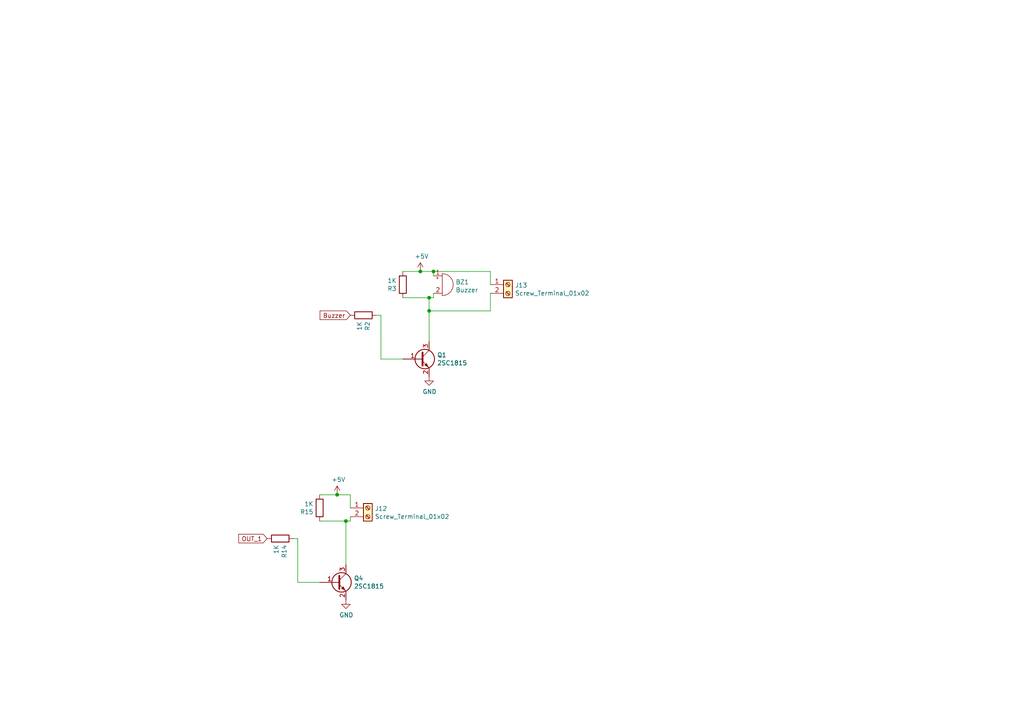
<source format=kicad_sch>
(kicad_sch (version 20230121) (generator eeschema)
  (paper "A4")
  (lib_symbols
    (symbol "Connector:Screw_Terminal_01x02" (pin_names (offset 1.016) hide)
      (property "Reference" "J" (at 0 2.54 0))
      (property "Value" "Screw_Terminal_01x02" (at 0 -5.08 0))
      (symbol "Screw_Terminal_01x02_1_1"
        (rectangle (start -1.27 1.27) (end 1.27 -3.81) (stroke (width 0.254)) (fill (type background)))
        (circle (center 0 -2.54) (radius 0.635) (stroke (width 0.1524)))
        (polyline (pts (xy -0.5334 -2.2098) (xy 0.3302 -3.048)) (stroke (width 0.1524)))
        (polyline (pts (xy -0.5334 0.3302) (xy 0.3302 -0.508)) (stroke (width 0.1524)))
        (polyline (pts (xy -0.3556 -2.032) (xy 0.508 -2.8702)) (stroke (width 0.1524)))
        (polyline (pts (xy -0.3556 0.508) (xy 0.508 -0.3302)) (stroke (width 0.1524)))
        (circle (center 0 0) (radius 0.635) (stroke (width 0.1524)))
        (pin passive line (at -5.08 0 0) (length 3.81) (name "Pin_1") (number "1"))
        (pin passive line (at -5.08 -2.54 0) (length 3.81) (name "Pin_2") (number "2"))
      )
    )
    (symbol "Device:Buzzer" (pin_names (offset 0.0254) hide)
      (property "Reference" "BZ" (at 3.81 1.27 0))
      (property "Value" "Buzzer" (at 3.81 -1.27 0))
      (symbol "Buzzer_0_1"
        (arc (start 0 -3.175) (mid 3.1612 0) (end 0 3.175))
        (polyline (pts (xy -1.651 1.905) (xy -1.143 1.905)))
        (polyline (pts (xy -1.397 2.159) (xy -1.397 1.651)))
        (polyline (pts (xy 0 3.175) (xy 0 -3.175)))
      )
      (symbol "Buzzer_1_1"
        (pin passive line (at -2.54 2.54 0) (length 2.54) (name "-") (number "1"))
        (pin passive line (at -2.54 -2.54 0) (length 2.54) (name "+") (number "2"))
      )
    )
    (symbol "Device:R" (pin_numbers hide) (pin_names (offset 0))
      (property "Reference" "R" (at 2.032 0 90))
      (property "Value" "R" (at 0 0 90))
      (symbol "R_0_1"
        (rectangle (start -1.016 -2.54) (end 1.016 2.54) (stroke (width 0.254)))
      )
      (symbol "R_1_1"
        (pin passive line (at 0 3.81 270) (length 1.27) (name "~") (number "1"))
        (pin passive line (at 0 -3.81 90) (length 1.27) (name "~") (number "2"))
      )
    )
    (symbol "Transistor_BJT:MMBT3904" (pin_names (offset 0) hide)
      (property "Reference" "Q" (at 5.08 1.905 0))
      (property "Value" "MMBT3904" (at 5.08 0 0))
      (symbol "MMBT3904_0_1"
        (polyline (pts (xy 0.635 0.635) (xy 2.54 2.54)))
        (polyline (pts (xy 0.635 -0.635) (xy 2.54 -2.54) (xy 2.54 -2.54)))
        (polyline (pts (xy 0.635 1.905) (xy 0.635 -1.905) (xy 0.635 -1.905)) (stroke (width 0.508)))
        (polyline (pts (xy 1.27 -1.778) (xy 1.778 -1.27) (xy 2.286 -2.286) (xy 1.27 -1.778) (xy 1.27 -1.778)) (fill (type outline)))
        (circle (center 1.27 0) (radius 2.8194) (stroke (width 0.254)))
      )
      (symbol "MMBT3904_1_1"
        (pin input line (at -5.08 0 0) (length 5.715) (name "B") (number "1"))
        (pin passive line (at 2.54 -5.08 90) (length 2.54) (name "E") (number "2"))
        (pin passive line (at 2.54 5.08 270) (length 2.54) (name "C") (number "3"))
      )
    )
    (symbol "power:+5V" (power) (pin_names (offset 0))
      (property "Value" "+5V" (at 0 3.556 0))
      (symbol "+5V_0_1"
        (polyline (pts (xy -0.762 1.27) (xy 0 2.54)))
        (polyline (pts (xy 0 0) (xy 0 2.54)))
        (polyline (pts (xy 0 2.54) (xy 0.762 1.27)))
      )
      (symbol "+5V_1_1"
        (pin power_in line (at 0 0 90) (length 0) hide (name "+5V") (number "1"))
      )
    )
    (symbol "power:GND" (power) (pin_names (offset 0))
      (property "Value" "GND" (at 0 -3.81 0))
      (symbol "GND_0_1"
        (polyline (pts (xy 0 0) (xy 0 -1.27) (xy 1.27 -1.27) (xy 0 -2.54) (xy -1.27 -1.27) (xy 0 -1.27)))
      )
      (symbol "GND_1_1"
        (pin power_in line (at 0 0 270) (length 0) hide (name "GND") (number "1"))
      )
    )
  )
  (junction (at 97.79 143.51))
  (junction (at 125.73 78.74))
  (junction (at 100.33 151.13))
  (junction (at 124.46 86.36))
  (junction (at 124.46 90.17))
  (junction (at 121.92 78.74))
  (wire (pts (xy 110.49 104.14) (xy 116.84 104.14)))
  (wire (pts (xy 116.84 78.74) (xy 121.92 78.74)))
  (wire (pts (xy 124.46 90.17) (xy 124.46 99.06)))
  (wire (pts (xy 101.6 151.13) (xy 100.33 151.13)))
  (wire (pts (xy 110.49 91.44) (xy 110.49 104.14)))
  (wire (pts (xy 109.22 91.44) (xy 110.49 91.44)))
  (wire (pts (xy 121.92 78.74) (xy 125.73 78.74)))
  (wire (pts (xy 124.46 86.36) (xy 124.46 90.17)))
  (wire (pts (xy 142.24 90.17) (xy 142.24 85.09)))
  (wire (pts (xy 86.36 156.21) (xy 86.36 168.91)))
  (wire (pts (xy 142.24 78.74) (xy 142.24 82.55)))
  (wire (pts (xy 86.36 168.91) (xy 92.71 168.91)))
  (wire (pts (xy 100.33 151.13) (xy 92.71 151.13)))
  (wire (pts (xy 124.46 86.36) (xy 116.84 86.36)))
  (wire (pts (xy 92.71 143.51) (xy 97.79 143.51)))
  (wire (pts (xy 101.6 143.51) (xy 101.6 147.32)))
  (wire (pts (xy 101.6 149.86) (xy 101.6 151.13)))
  (wire (pts (xy 100.33 151.13) (xy 100.33 163.83)))
  (wire (pts (xy 125.73 85.09) (xy 125.73 86.36)))
  (wire (pts (xy 125.73 78.74) (xy 125.73 80.01)))
  (wire (pts (xy 124.46 90.17) (xy 142.24 90.17)))
  (wire (pts (xy 85.09 156.21) (xy 86.36 156.21)))
  (wire (pts (xy 125.73 78.74) (xy 142.24 78.74)))
  (wire (pts (xy 125.73 86.36) (xy 124.46 86.36)))
  (wire (pts (xy 97.79 143.51) (xy 101.6 143.51)))
  (global_label "OUT_1" (shape input) (at 77.47 156.21 180) (property "Intersheetrefs" "${INTERSHEET_REFS}" (effects hide)))
  (global_label "Buzzer" (shape input) (at 101.6 91.44 180) (property "Intersheetrefs" "${INTERSHEET_REFS}" (effects hide)))
  (symbol (lib_id "Device:Buzzer") (at 128.27 82.55 0) (unit 1)
    (property "Reference" "BZ1" (at 132.1308 81.8134 0) (effects (justify left)))
    (property "Value" "Buzzer" (at 132.1308 84.1248 0) (effects (justify left)))
    (property "Footprint" "Buzzer_Beeper:Buzzer_TDK_PS1240P02BT_D12.2mm_H6.5mm" (effects hide))
    (property "Datasheet" "https://www.mouser.com/ProductDetail/810-PS1240P02BT" (effects hide))
    (instances (project "CameraTriggerSensorNodeOnly" (path "" (reference "BZ1") (unit 1)) (path "" (reference "BZ?") (unit 1))))
  )
  (symbol (lib_id "Device:R") (at 105.41 91.44 270) (unit 1)
    (property "Reference" "R2" (at 106.5784 93.218 0) (effects (justify left)))
    (property "Value" "1K" (at 104.267 93.218 0) (effects (justify left)))
    (property "Footprint" "Resistor_SMD:R_0603_1608Metric" (effects hide))
    (property "LCSC" "C21190" (effects hide))
    (instances (project "CameraTriggerSensorNodeOnly" (path "" (reference "R2") (unit 1)) (path "" (reference "R?") (unit 1))))
  )
  (symbol (lib_id "Device:R") (at 116.84 82.55 180) (unit 1)
    (property "Reference" "R3" (at 115.062 83.7184 0) (effects (justify left)))
    (property "Value" "1K" (at 115.062 81.407 0) (effects (justify left)))
    (property "Footprint" "Resistor_SMD:R_0603_1608Metric" (effects hide))
    (property "LCSC" "C21190" (effects hide))
    (instances (project "CameraTriggerSensorNodeOnly" (path "" (reference "R3") (unit 1)) (path "" (reference "R?") (unit 1))))
  )
  (symbol (lib_id "power:GND") (at 124.46 109.22 0) (unit 1)
    (property "Reference" "#PWR06" (effects hide))
    (property "Value" "GND" (at 124.587 113.6142 0))
    (instances (project "CameraTriggerSensorNodeOnly" (path "" (reference "#PWR06") (unit 1)) (path "" (reference "#PWR?") (unit 1))))
  )
  (symbol (lib_id "Transistor_BJT:MMBT3904") (at 121.92 104.14 0) (unit 1)
    (property "Reference" "Q1" (at 126.7714 102.9716 0) (effects (justify left)))
    (property "Value" "2SC1815" (at 126.7714 105.283 0) (effects (justify left)))
    (property "Footprint" "Package_TO_SOT_SMD:SOT-23" (effects hide))
    (property "Datasheet" "https://www.fairchildsemi.com/datasheets/2N/2N3904.pdf" (effects hide))
    (property "LCSC" " C181171 " (effects hide))
    (instances (project "CameraTriggerSensorNodeOnly" (path "" (reference "Q1") (unit 1)) (path "" (reference "Q?") (unit 1))))
  )
  (symbol (lib_id "Device:R") (at 81.28 156.21 270) (unit 1)
    (property "Reference" "R14" (at 82.4484 157.988 0) (effects (justify left)))
    (property "Value" "1K" (at 80.137 157.988 0) (effects (justify left)))
    (property "Footprint" "Resistor_SMD:R_0603_1608Metric" (effects hide))
    (property "LCSC" "C21190" (effects hide))
    (instances (project "CameraTriggerSensorNodeOnly" (path "" (reference "R14") (unit 1)) (path "" (reference "R?") (unit 1))))
  )
  (symbol (lib_id "Device:R") (at 92.71 147.32 180) (unit 1)
    (property "Reference" "R15" (at 90.932 148.4884 0) (effects (justify left)))
    (property "Value" "1K" (at 90.932 146.177 0) (effects (justify left)))
    (property "Footprint" "Resistor_SMD:R_0603_1608Metric" (effects hide))
    (property "LCSC" "C21190" (effects hide))
    (instances (project "CameraTriggerSensorNodeOnly" (path "" (reference "R15") (unit 1)) (path "" (reference "R?") (unit 1))))
  )
  (symbol (lib_id "power:GND") (at 100.33 173.99 0) (unit 1)
    (property "Reference" "#PWR048" (effects hide))
    (property "Value" "GND" (at 100.457 178.3842 0))
    (instances (project "CameraTriggerSensorNodeOnly" (path "" (reference "#PWR048") (unit 1)) (path "" (reference "#PWR?") (unit 1))))
  )
  (symbol (lib_id "Transistor_BJT:MMBT3904") (at 97.79 168.91 0) (unit 1)
    (property "Reference" "Q4" (at 102.6414 167.7416 0) (effects (justify left)))
    (property "Value" "2SC1815" (at 102.6414 170.053 0) (effects (justify left)))
    (property "Footprint" "Package_TO_SOT_SMD:SOT-23" (effects hide))
    (property "Datasheet" "https://www.fairchildsemi.com/datasheets/2N/2N3904.pdf" (effects hide))
    (property "LCSC" " C181171 " (effects hide))
    (instances (project "CameraTriggerSensorNodeOnly" (path "" (reference "Q4") (unit 1)) (path "" (reference "Q?") (unit 1))))
  )
  (symbol (lib_id "power:+5V") (at 97.79 143.51 0) (unit 1)
    (property "Reference" "#PWR047" (effects hide))
    (property "Value" "+5V" (at 98.171 139.1158 0))
  )
  (symbol (lib_id "Connector:Screw_Terminal_01x02") (at 106.68 147.32 0) (unit 1)
    (property "Reference" "J12" (at 108.712 147.5232 0) (effects (justify left)))
    (property "Value" "Screw_Terminal_01x02" (at 108.712 149.8346 0) (effects (justify left)))
    (property "Footprint" "TerminalBlock_TE-Connectivity:TerminalBlock_TE_282834-2_1x02_P2.54mm_Horizontal" (effects hide))
  )
  (symbol (lib_id "power:+5V") (at 121.92 78.74 0) (unit 1)
    (property "Reference" "#PWR05" (effects hide))
    (property "Value" "+5V" (at 122.301 74.3458 0))
  )
  (symbol (lib_id "Connector:Screw_Terminal_01x02") (at 147.32 82.55 0) (unit 1)
    (property "Reference" "J13" (at 149.352 82.7532 0) (effects (justify left)))
    (property "Value" "Screw_Terminal_01x02" (at 149.352 85.0646 0) (effects (justify left)))
    (property "Footprint" "TerminalBlock_TE-Connectivity:TerminalBlock_TE_282834-2_1x02_P2.54mm_Horizontal" (effects hide))
  )
)
</source>
